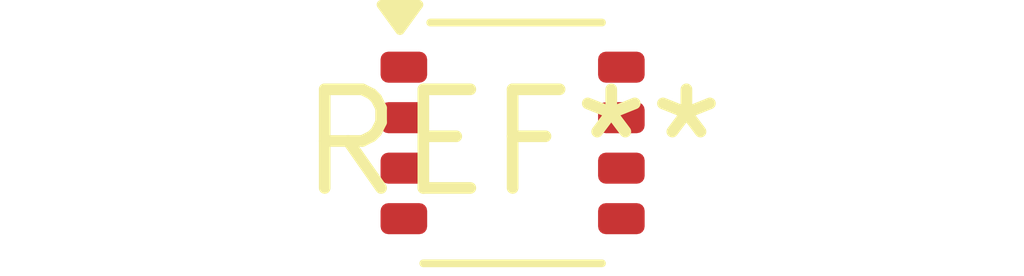
<source format=kicad_pcb>
(kicad_pcb (version 20240108) (generator pcbnew)
  (layers (0 "F.Cu" signal) (31 "B.Cu" signal) (34 "B.Paste" user) (35 "F.Paste" user) (36 "B.SilkS" user "B.Silkscreen") (37 "F.SilkS" user "F.Silkscreen") (38 "B.Mask" user) (39 "F.Mask" user) (44 "Edge.Cuts" user))
  (net 0 "")
  (footprint "OnSemi_ECH8" (layer "F.Cu") (at 0 0)
    (property "Reference" "REF**")
    (property "Value" "OnSemi_ECH8")
    (fp_line (start -1.15 1.55) (end 1.15 1.55) (layer "F.SilkS") (stroke (width 0.1)))
    (fp_line (start -1.06 -1.55) (end 1.15 -1.55) (layer "F.SilkS") (stroke (width 0.1)))
    (fp_poly (pts (xy -1.45 -1.45) (xy -1.21 -1.78) (xy -1.69 -1.78) (xy -1.45 -1.45)) (layer "F.SilkS") (stroke (width 0.12)) (fill solid))
    (pad "1" smd roundrect (at -1.4 -0.975 270) (size 0.4 0.6) (layers "F.Cu" "F.Paste" "F.Mask"))
    (pad "2" smd roundrect (at -1.4 -0.325 270) (size 0.4 0.6) (layers "F.Cu" "F.Paste" "F.Mask"))
    (pad "3" smd roundrect (at -1.4 0.325 270) (size 0.4 0.6) (layers "F.Cu" "F.Paste" "F.Mask"))
    (pad "4" smd roundrect (at -1.4 0.975 270) (size 0.4 0.6) (layers "F.Cu" "F.Paste" "F.Mask"))
    (pad "5" smd roundrect (at 1.4 0.975 270) (size 0.4 0.6) (layers "F.Cu" "F.Paste" "F.Mask"))
    (pad "6" smd roundrect (at 1.4 0.325 270) (size 0.4 0.6) (layers "F.Cu" "F.Paste" "F.Mask"))
    (pad "7" smd roundrect (at 1.4 -0.325 270) (size 0.4 0.6) (layers "F.Cu" "F.Paste" "F.Mask"))
    (pad "8" smd roundrect (at 1.4 -0.975 270) (size 0.4 0.6) (layers "F.Cu" "F.Paste" "F.Mask"))
  )
)
</source>
